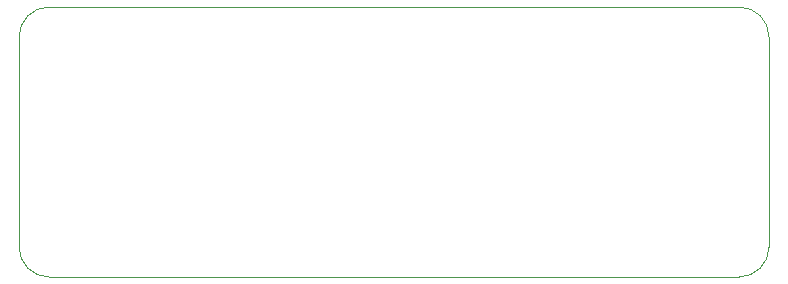
<source format=gbr>
G04 #@! TF.GenerationSoftware,KiCad,Pcbnew,(5.1.4)-1*
G04 #@! TF.CreationDate,2020-01-01T11:40:28-06:00*
G04 #@! TF.ProjectId,loRaWan1262_jlc,6c6f5261-5761-46e3-9132-36325f6a6c63,rev?*
G04 #@! TF.SameCoordinates,Original*
G04 #@! TF.FileFunction,Profile,NP*
%FSLAX46Y46*%
G04 Gerber Fmt 4.6, Leading zero omitted, Abs format (unit mm)*
G04 Created by KiCad (PCBNEW (5.1.4)-1) date 2020-01-01 11:40:28*
%MOMM*%
%LPD*%
G04 APERTURE LIST*
%ADD10C,0.050000*%
G04 APERTURE END LIST*
D10*
X175260000Y-100584000D02*
X169418000Y-100584000D01*
X175260000Y-77724000D02*
X169418000Y-77724000D01*
X162560000Y-100584000D02*
X169418000Y-100584000D01*
X162560000Y-77724000D02*
X169418000Y-77724000D01*
X175260000Y-77724000D02*
G75*
G02X177800000Y-80264000I0J-2540000D01*
G01*
X177800000Y-98044000D02*
G75*
G02X175260000Y-100584000I-2540000J0D01*
G01*
X177800000Y-80264000D02*
X177800000Y-98044000D01*
X114300000Y-80264000D02*
G75*
G02X116840000Y-77724000I2540000J0D01*
G01*
X116840000Y-100584000D02*
G75*
G02X114300000Y-98044000I0J2540000D01*
G01*
X114300000Y-80264000D02*
X114300000Y-98044000D01*
X116840000Y-100584000D02*
X162560000Y-100584000D01*
X116840000Y-77724000D02*
X162560000Y-77724000D01*
M02*

</source>
